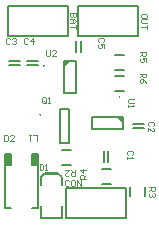
<source format=gto>
G04 Layer_Color=65535*
%FSLAX44Y44*%
%MOMM*%
G71*
G01*
G75*
%ADD23C,0.1270*%
%ADD24C,0.2000*%
%ADD25C,0.1000*%
%ADD26R,0.5000X1.0000*%
G36*
X842530Y628970D02*
X836920Y634580D01*
X842530D01*
Y628970D01*
D02*
G37*
G36*
X792170Y676420D02*
Y682030D01*
X797780D01*
X792170Y676420D01*
D02*
G37*
D23*
X824190Y577900D02*
X831810D01*
X824190Y590600D02*
X831810D01*
X788690Y641500D02*
X796310D01*
Y612500D02*
Y641500D01*
X788690Y612500D02*
X796310D01*
X788690D02*
Y641500D01*
X786580Y587058D02*
X790390Y583248D01*
X776420Y587058D02*
X786580D01*
X772610Y583248D02*
X776420Y587058D01*
X772610Y549085D02*
Y559245D01*
Y577025D02*
Y583248D01*
X790390Y549085D02*
Y559245D01*
X772610Y549085D02*
X790390D01*
Y577025D02*
Y583248D01*
X775404Y586042D02*
X787596D01*
X829778Y596238D02*
Y605762D01*
X826222Y596238D02*
Y605762D01*
X760488Y678222D02*
X770012D01*
X760488Y681778D02*
X770012D01*
X745238Y678222D02*
X754762D01*
X745238Y681778D02*
X754762D01*
X802722Y689238D02*
Y698762D01*
X806278Y689238D02*
Y698762D01*
X842530Y624420D02*
Y634580D01*
X815530Y624420D02*
X842530Y624420D01*
X815530Y624420D02*
Y634580D01*
X842530Y634580D01*
X848400Y567440D02*
Y575060D01*
X861100Y567440D02*
Y575060D01*
X792170Y682030D02*
X802330D01*
X802330Y655030D01*
X792170D02*
X802330D01*
X792170D02*
X792170Y682030D01*
X850238Y624722D02*
X859762D01*
X850238Y628278D02*
X859762D01*
X835690Y674650D02*
X843310D01*
X835690Y687350D02*
X843310D01*
X835690Y656400D02*
X843310D01*
X835690Y669100D02*
X843310D01*
X790940Y593650D02*
X798560D01*
X790940Y606350D02*
X798560D01*
X742000Y557500D02*
Y603500D01*
X770000Y557500D02*
Y603500D01*
X742000Y557500D02*
X747000D01*
X742000Y603500D02*
X747000D01*
X765000Y557500D02*
X770000D01*
X765000Y603500D02*
X770000D01*
X747000Y593500D02*
Y603500D01*
X765000Y593500D02*
Y603500D01*
X742000Y593500D02*
X746890D01*
X765000D02*
X770000D01*
D24*
X855100Y703050D02*
Y728450D01*
X804300Y703050D02*
X855100D01*
X804300D02*
Y728450D01*
X855100D01*
X795850Y703050D02*
Y728450D01*
X745050Y703050D02*
X795850D01*
X745050D02*
Y728450D01*
X795850D01*
X844350Y548550D02*
Y573950D01*
X793550Y548550D02*
X844350D01*
X793550D02*
Y573950D01*
X844350D01*
D25*
X856750Y671250D02*
X861748D01*
Y668751D01*
X860915Y667918D01*
X859249D01*
X858416Y668751D01*
Y671250D01*
Y669584D02*
X856750Y667918D01*
X861748Y662919D02*
X860915Y664585D01*
X859249Y666252D01*
X857583D01*
X856750Y665419D01*
Y663752D01*
X857583Y662919D01*
X858416D01*
X859249Y663752D01*
Y666252D01*
X856750Y689500D02*
X861748D01*
Y687001D01*
X860915Y686168D01*
X859249D01*
X858416Y687001D01*
Y689500D01*
Y687834D02*
X856750Y686168D01*
X861748Y681169D02*
Y684502D01*
X859249D01*
X860082Y682835D01*
Y682002D01*
X859249Y681169D01*
X857583D01*
X856750Y682002D01*
Y683669D01*
X857583Y684502D01*
X810750Y582000D02*
X805752D01*
Y584499D01*
X806585Y585332D01*
X808251D01*
X809084Y584499D01*
Y582000D01*
Y583666D02*
X810750Y585332D01*
Y589498D02*
X805752D01*
X808251Y586998D01*
Y590331D01*
X864250Y574750D02*
X869248D01*
Y572251D01*
X868415Y571418D01*
X866749D01*
X865916Y572251D01*
Y574750D01*
Y573084D02*
X864250Y571418D01*
X868415Y569752D02*
X869248Y568919D01*
Y567253D01*
X868415Y566419D01*
X867582D01*
X866749Y567253D01*
Y568086D01*
Y567253D01*
X865916Y566419D01*
X865083D01*
X864250Y567253D01*
Y568919D01*
X865083Y569752D01*
X801750Y589750D02*
Y584752D01*
X799251D01*
X798418Y585585D01*
Y587251D01*
X799251Y588084D01*
X801750D01*
X800084D02*
X798418Y589750D01*
X793419D02*
X796752D01*
X793419Y586418D01*
Y585585D01*
X794252Y584752D01*
X795919D01*
X796752Y585585D01*
X777332Y646833D02*
Y650165D01*
X776499Y650998D01*
X774833D01*
X774000Y650165D01*
Y646833D01*
X774833Y646000D01*
X776499D01*
X775666Y647666D02*
X777332Y646000D01*
X776499D02*
X777332Y646833D01*
X778998Y646000D02*
X780665D01*
X779831D01*
Y650998D01*
X778998Y650165D01*
X862498Y719501D02*
Y721167D01*
X861665Y722000D01*
X858333D01*
X857500Y721167D01*
Y719501D01*
X858333Y718668D01*
X861665D01*
X862498Y719501D01*
Y717002D02*
X858333D01*
X857500Y716169D01*
Y714502D01*
X858333Y713669D01*
X862498D01*
Y712003D02*
Y708671D01*
Y710337D01*
X857500D01*
X802498Y722250D02*
X797500D01*
Y719751D01*
X798333Y718918D01*
X799166D01*
X799999Y719751D01*
Y722250D01*
Y719751D01*
X800832Y718918D01*
X801665D01*
X802498Y719751D01*
Y722250D01*
X797500Y717252D02*
X800832D01*
X802498Y715585D01*
X800832Y713919D01*
X797500D01*
X799999D01*
Y717252D01*
X802498Y712253D02*
Y708921D01*
Y710587D01*
X797500D01*
X796332Y579915D02*
X795499Y580748D01*
X793833D01*
X793000Y579915D01*
Y576583D01*
X793833Y575750D01*
X795499D01*
X796332Y576583D01*
X800498Y580748D02*
X798831D01*
X797998Y579915D01*
Y576583D01*
X798831Y575750D01*
X800498D01*
X801331Y576583D01*
Y579915D01*
X800498Y580748D01*
X802997Y575750D02*
Y580748D01*
X806329Y575750D01*
Y580748D01*
X769000Y614502D02*
Y619500D01*
X765668D01*
X764002D02*
X762336D01*
X763169D01*
Y614502D01*
X764002Y615335D01*
X741750Y619498D02*
Y614500D01*
X744249D01*
X745082Y615333D01*
Y618665D01*
X744249Y619498D01*
X741750D01*
X750081Y614500D02*
X746748D01*
X750081Y617832D01*
Y618665D01*
X749248Y619498D01*
X747581D01*
X746748Y618665D01*
X771500Y594498D02*
Y589500D01*
X773999D01*
X774832Y590333D01*
Y593665D01*
X773999Y594498D01*
X771500D01*
X776498Y589500D02*
X778165D01*
X777331D01*
Y594498D01*
X776498Y593665D01*
X824915Y697668D02*
X825748Y698501D01*
Y700167D01*
X824915Y701000D01*
X821583D01*
X820750Y700167D01*
Y698501D01*
X821583Y697668D01*
X825748Y692669D02*
Y696002D01*
X823249D01*
X824082Y694335D01*
Y693502D01*
X823249Y692669D01*
X821583D01*
X820750Y693502D01*
Y695169D01*
X821583Y696002D01*
X761582Y700415D02*
X760749Y701248D01*
X759083D01*
X758250Y700415D01*
Y697083D01*
X759083Y696250D01*
X760749D01*
X761582Y697083D01*
X765748Y696250D02*
Y701248D01*
X763248Y698749D01*
X766581D01*
X746332Y700415D02*
X745499Y701248D01*
X743833D01*
X743000Y700415D01*
Y697083D01*
X743833Y696250D01*
X745499D01*
X746332Y697083D01*
X747998Y700415D02*
X748831Y701248D01*
X750498D01*
X751331Y700415D01*
Y699582D01*
X750498Y698749D01*
X749665D01*
X750498D01*
X751331Y697916D01*
Y697083D01*
X750498Y696250D01*
X748831D01*
X747998Y697083D01*
X867915Y627168D02*
X868748Y628001D01*
Y629667D01*
X867915Y630500D01*
X864583D01*
X863750Y629667D01*
Y628001D01*
X864583Y627168D01*
X863750Y622169D02*
Y625502D01*
X867082Y622169D01*
X867915D01*
X868748Y623003D01*
Y624669D01*
X867915Y625502D01*
X849915Y601918D02*
X850748Y602751D01*
Y604417D01*
X849915Y605250D01*
X846583D01*
X845750Y604417D01*
Y602751D01*
X846583Y601918D01*
X845750Y600252D02*
Y598586D01*
Y599419D01*
X850748D01*
X849915Y600252D01*
X777000Y690998D02*
Y686833D01*
X777833Y686000D01*
X779499D01*
X780332Y686833D01*
Y690998D01*
X785331Y686000D02*
X781998D01*
X785331Y689332D01*
Y690165D01*
X784498Y690998D01*
X782831D01*
X781998Y690165D01*
X851748Y649750D02*
X847583D01*
X846750Y648917D01*
Y647251D01*
X847583Y646418D01*
X851748D01*
X846750Y644752D02*
Y643086D01*
Y643919D01*
X851748D01*
X850915Y644752D01*
X771488Y636976D02*
X771250Y636738D01*
X771488Y636500D01*
X771726Y636738D01*
X771488Y636976D01*
X838976Y652012D02*
X838738Y652250D01*
X838500Y652012D01*
X838738Y651774D01*
X838976Y652012D01*
X774738Y678476D02*
X774500Y678238D01*
X774738Y678000D01*
X774976Y678238D01*
X774738Y678476D01*
D26*
X744500Y598500D02*
D03*
X767500D02*
D03*
M02*

</source>
